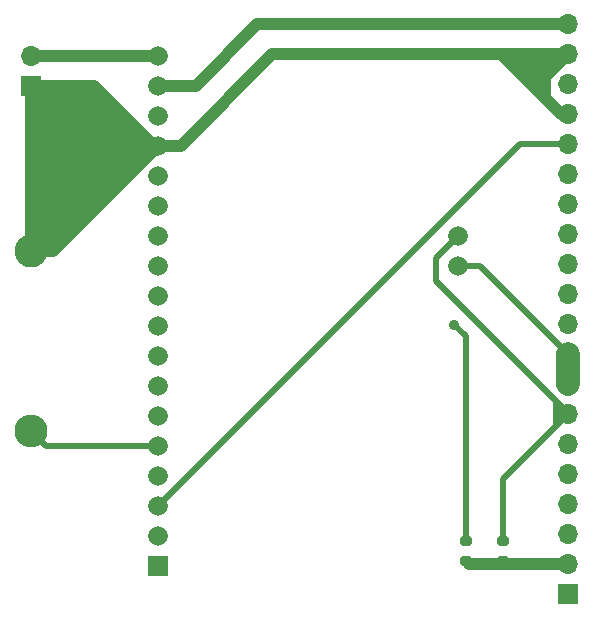
<source format=gbr>
%TF.GenerationSoftware,KiCad,Pcbnew,7.0.7*%
%TF.CreationDate,2023-09-15T19:51:44-06:00*%
%TF.ProjectId,hygienie_pcb,68796769-656e-4696-955f-7063622e6b69,00*%
%TF.SameCoordinates,Original*%
%TF.FileFunction,Copper,L1,Top*%
%TF.FilePolarity,Positive*%
%FSLAX46Y46*%
G04 Gerber Fmt 4.6, Leading zero omitted, Abs format (unit mm)*
G04 Created by KiCad (PCBNEW 7.0.7) date 2023-09-15 19:51:44*
%MOMM*%
%LPD*%
G01*
G04 APERTURE LIST*
G04 Aperture macros list*
%AMRoundRect*
0 Rectangle with rounded corners*
0 $1 Rounding radius*
0 $2 $3 $4 $5 $6 $7 $8 $9 X,Y pos of 4 corners*
0 Add a 4 corners polygon primitive as box body*
4,1,4,$2,$3,$4,$5,$6,$7,$8,$9,$2,$3,0*
0 Add four circle primitives for the rounded corners*
1,1,$1+$1,$2,$3*
1,1,$1+$1,$4,$5*
1,1,$1+$1,$6,$7*
1,1,$1+$1,$8,$9*
0 Add four rect primitives between the rounded corners*
20,1,$1+$1,$2,$3,$4,$5,0*
20,1,$1+$1,$4,$5,$6,$7,0*
20,1,$1+$1,$6,$7,$8,$9,0*
20,1,$1+$1,$8,$9,$2,$3,0*%
G04 Aperture macros list end*
%TA.AperFunction,SMDPad,CuDef*%
%ADD10RoundRect,0.200000X0.275000X-0.200000X0.275000X0.200000X-0.275000X0.200000X-0.275000X-0.200000X0*%
%TD*%
%TA.AperFunction,ComponentPad*%
%ADD11O,1.700000X1.700000*%
%TD*%
%TA.AperFunction,ComponentPad*%
%ADD12R,1.700000X1.700000*%
%TD*%
%TA.AperFunction,ComponentPad*%
%ADD13C,2.800000*%
%TD*%
%TA.AperFunction,ComponentPad*%
%ADD14O,2.800000X2.800000*%
%TD*%
%TA.AperFunction,ComponentPad*%
%ADD15R,1.665000X1.665000*%
%TD*%
%TA.AperFunction,ComponentPad*%
%ADD16C,1.665000*%
%TD*%
%TA.AperFunction,ViaPad*%
%ADD17C,0.900000*%
%TD*%
%TA.AperFunction,Conductor*%
%ADD18C,0.500000*%
%TD*%
%TA.AperFunction,Conductor*%
%ADD19C,1.000000*%
%TD*%
%TA.AperFunction,Conductor*%
%ADD20C,2.000000*%
%TD*%
G04 APERTURE END LIST*
D10*
%TO.P,R2,1*%
%TO.N,+3.3V*%
X122555000Y-126555000D03*
%TO.P,R2,2*%
%TO.N,/SDA*%
X122555000Y-124905000D03*
%TD*%
%TO.P,R1,2*%
%TO.N,/SCL*%
X125730000Y-124905000D03*
%TO.P,R1,1*%
%TO.N,+3.3V*%
X125730000Y-126555000D03*
%TD*%
D11*
%TO.P,U2,20,BS1*%
%TO.N,+3.3V*%
X131200000Y-81130000D03*
%TO.P,U2,19,BS2*%
%TO.N,GNDREF*%
X131200000Y-83670000D03*
%TO.P,U2,18,NC*%
%TO.N,unconnected-(U2-NC-Pad18)*%
X131200000Y-86210000D03*
%TO.P,U2,17,VSS*%
%TO.N,GNDREF*%
X131200000Y-88750000D03*
%TO.P,U2,16,~{RES}*%
%TO.N,/~{RST}*%
X131200000Y-91290000D03*
%TO.P,U2,15,NC*%
%TO.N,unconnected-(U2-NC-Pad15)*%
X131200000Y-93830000D03*
%TO.P,U2,14,VSS*%
%TO.N,GNDREF*%
X131200000Y-96370000D03*
%TO.P,U2,13,VSS*%
X131200000Y-98910000D03*
%TO.P,U2,12,VSS*%
X131200000Y-101450000D03*
%TO.P,U2,11,VSS*%
X131200000Y-103990000D03*
%TO.P,U2,10,VSS*%
X131200000Y-106530000D03*
%TO.P,U2,9,SDA_OUT*%
%TO.N,/SDA*%
X131200000Y-109070000D03*
%TO.P,U2,8,SDA_IN*%
X131200000Y-111610000D03*
%TO.P,U2,7,SCL*%
%TO.N,/SCL*%
X131200000Y-114150000D03*
%TO.P,U2,6,VSS*%
%TO.N,GNDREF*%
X131200000Y-116690000D03*
%TO.P,U2,5,VSS*%
X131200000Y-119230000D03*
%TO.P,U2,4,SA0*%
X131200000Y-121770000D03*
%TO.P,U2,3,NC*%
%TO.N,unconnected-(U2-NC-Pad3)*%
X131200000Y-124310000D03*
%TO.P,U2,2,VDD*%
%TO.N,+3.3V*%
X131200000Y-126850000D03*
D12*
%TO.P,U2,1,VSS*%
%TO.N,GNDREF*%
X131200000Y-129390000D03*
%TD*%
D13*
%TO.P,SW1,1,1*%
%TO.N,GNDREF*%
X85725000Y-100330000D03*
D14*
%TO.P,SW1,2,2*%
%TO.N,/Reed Switch*%
X85725000Y-115570000D03*
%TD*%
D15*
%TO.P,U1,1,IO3/RXD*%
%TO.N,unconnected-(U1-IO3{slash}RXD-Pad1)*%
X96520000Y-127000000D03*
D16*
%TO.P,U1,2,IO1/TXD*%
%TO.N,unconnected-(U1-IO1{slash}TXD-Pad2)*%
X96520000Y-124460000D03*
%TO.P,U1,3,IO25/D2*%
%TO.N,/~{RST}*%
X96520000Y-121920000D03*
%TO.P,U1,4,IO26/D3*%
%TO.N,unconnected-(U1-IO26{slash}D3-Pad4)*%
X96520000Y-119380000D03*
%TO.P,U1,5,IO27/D4*%
%TO.N,/Reed Switch*%
X96520000Y-116840000D03*
%TO.P,U1,6,IO9/D5*%
%TO.N,unconnected-(U1-IO9{slash}D5-Pad6)*%
X96520000Y-114300000D03*
%TO.P,U1,7,IO10/D6*%
%TO.N,unconnected-(U1-IO10{slash}D6-Pad7)*%
X96520000Y-111760000D03*
%TO.P,U1,8,IO13/D7*%
%TO.N,unconnected-(U1-IO13{slash}D7-Pad8)*%
X96520000Y-109220000D03*
%TO.P,U1,9,IO5/D8*%
%TO.N,unconnected-(U1-IO5{slash}D8-Pad9)*%
X96520000Y-106680000D03*
%TO.P,U1,10,IO2/D9*%
%TO.N,unconnected-(U1-IO2{slash}D9-Pad10)*%
X96520000Y-104140000D03*
%TO.P,U1,11,IO6/CLK*%
%TO.N,unconnected-(U1-IO6{slash}CLK-Pad11)*%
X96520000Y-101600000D03*
%TO.P,U1,12,IO7/SD0*%
%TO.N,unconnected-(U1-IO7{slash}SD0-Pad12)*%
X96520000Y-99060000D03*
%TO.P,U1,13,IO8/SD1*%
%TO.N,unconnected-(U1-IO8{slash}SD1-Pad13)*%
X96520000Y-96520000D03*
%TO.P,U1,14,IO11/CMD*%
%TO.N,unconnected-(U1-IO11{slash}CMD-Pad14)*%
X96520000Y-93980000D03*
%TO.P,U1,15,GND*%
%TO.N,GNDREF*%
X96520000Y-91440000D03*
%TO.P,U1,16,AREF*%
%TO.N,unconnected-(U1-AREF-Pad16)*%
X96520000Y-88900000D03*
%TO.P,U1,17,3V3*%
%TO.N,+3.3V*%
X96520000Y-86360000D03*
%TO.P,U1,18,VCC*%
%TO.N,VCC*%
X96520000Y-83820000D03*
%TO.P,U1,29,SDA/IO21*%
%TO.N,/SDA*%
X121920000Y-101600000D03*
%TO.P,U1,30,SCL/IO22*%
%TO.N,/SCL*%
X121920000Y-99060000D03*
%TD*%
D12*
%TO.P,J1,1,Pin_1*%
%TO.N,GNDREF*%
X85725000Y-86365000D03*
D11*
%TO.P,J1,2,Pin_2*%
%TO.N,VCC*%
X85725000Y-83825000D03*
%TD*%
D17*
%TO.N,/SDA*%
X121600000Y-106600000D03*
%TD*%
D18*
%TO.N,/SCL*%
X130175000Y-115175000D02*
X130175000Y-113030000D01*
%TO.N,/SDA*%
X122555000Y-107555000D02*
X122555000Y-124905000D01*
X121600000Y-106600000D02*
X122555000Y-107555000D01*
%TO.N,/Reed Switch*%
X85725000Y-115570000D02*
X86995000Y-116840000D01*
X86995000Y-116840000D02*
X96520000Y-116840000D01*
D19*
%TO.N,+3.3V*%
X131200000Y-126850000D02*
X122850000Y-126850000D01*
X96520000Y-86360000D02*
X99695000Y-86360000D01*
X99695000Y-86360000D02*
X104925000Y-81130000D01*
X104925000Y-81130000D02*
X131200000Y-81130000D01*
D18*
X122850000Y-126850000D02*
X122555000Y-126555000D01*
%TO.N,/SCL*%
X120015000Y-100965000D02*
X120015000Y-102870000D01*
X130295000Y-115055000D02*
X125730000Y-119620000D01*
X121920000Y-99060000D02*
X120015000Y-100965000D01*
X120015000Y-102870000D02*
X130175000Y-113030000D01*
X131200000Y-114055000D02*
X131200000Y-114150000D01*
X125730000Y-119620000D02*
X125730000Y-124905000D01*
X130175000Y-113030000D02*
X131200000Y-114055000D01*
X131200000Y-114150000D02*
X130295000Y-115055000D01*
%TO.N,/SDA*%
X123730000Y-101600000D02*
X121920000Y-101600000D01*
D20*
X131200000Y-111610000D02*
X131200000Y-109070000D01*
D18*
X131200000Y-109070000D02*
X123730000Y-101600000D01*
%TO.N,/~{RST}*%
X127150000Y-91290000D02*
X131200000Y-91290000D01*
X96520000Y-121920000D02*
X127150000Y-91290000D01*
D19*
%TO.N,GNDREF*%
X129540000Y-87630000D02*
X130660000Y-88750000D01*
X125730000Y-83820000D02*
X125730000Y-83670000D01*
X129300000Y-85570000D02*
X129300000Y-87390000D01*
X129540000Y-87630000D02*
X125730000Y-83820000D01*
X125730000Y-83670000D02*
X131200000Y-83670000D01*
X131200000Y-83670000D02*
X129300000Y-85570000D01*
X129300000Y-87390000D02*
X129540000Y-87630000D01*
X96202500Y-91440000D02*
X96520000Y-91440000D01*
X96520000Y-91440000D02*
X98425000Y-91440000D01*
X98425000Y-91440000D02*
X106195000Y-83670000D01*
X96520000Y-91440000D02*
X87630000Y-100330000D01*
X87630000Y-100330000D02*
X85725000Y-100330000D01*
X85725000Y-86365000D02*
X91127500Y-86365000D01*
X91127500Y-86365000D02*
X96202500Y-91440000D01*
X130660000Y-88750000D02*
X131200000Y-88750000D01*
X85725000Y-86365000D02*
X85725000Y-100330000D01*
X106195000Y-83670000D02*
X125730000Y-83670000D01*
%TO.N,VCC*%
X85725000Y-83825000D02*
X96515000Y-83825000D01*
X96515000Y-83825000D02*
X96520000Y-83820000D01*
%TD*%
%TA.AperFunction,Conductor*%
%TO.N,GNDREF*%
G36*
X130990910Y-83719685D02*
G01*
X131036665Y-83772489D01*
X131046609Y-83841647D01*
X131017584Y-83905203D01*
X131016550Y-83906381D01*
X129599999Y-85500001D01*
X129513108Y-87585377D01*
X129490650Y-87651539D01*
X129435987Y-87695056D01*
X129366475Y-87702112D01*
X129304182Y-87670466D01*
X129295068Y-87660913D01*
X126075455Y-83904698D01*
X126046772Y-83840987D01*
X126057087Y-83771883D01*
X126103125Y-83719326D01*
X126169603Y-83700000D01*
X130923871Y-83700000D01*
X130990910Y-83719685D01*
G37*
%TD.AperFunction*%
%TD*%
%TA.AperFunction,Conductor*%
%TO.N,GNDREF*%
G36*
X91217068Y-86319685D02*
G01*
X91236008Y-86334649D01*
X96408403Y-91311860D01*
X96443061Y-91372528D01*
X96439417Y-91442303D01*
X96409614Y-91489381D01*
X87533404Y-100266966D01*
X87471895Y-100300108D01*
X87453092Y-100302605D01*
X85831811Y-100392677D01*
X85763783Y-100376742D01*
X85715170Y-100326557D01*
X85700936Y-100267989D01*
X85700944Y-100266966D01*
X85799126Y-86423121D01*
X85819287Y-86356222D01*
X85872414Y-86310843D01*
X85923124Y-86300000D01*
X91150029Y-86300000D01*
X91217068Y-86319685D01*
G37*
%TD.AperFunction*%
%TD*%
%TA.AperFunction,Conductor*%
%TO.N,/SCL*%
G36*
X130388375Y-113257828D02*
G01*
X130395786Y-113265281D01*
X131065047Y-113997946D01*
X131095727Y-114060719D01*
X131087599Y-114130114D01*
X131066614Y-114163458D01*
X130348039Y-114980660D01*
X130288988Y-115018006D01*
X130219120Y-115017498D01*
X130160618Y-114979297D01*
X130132056Y-114915532D01*
X130130982Y-114894841D01*
X130180296Y-113344966D01*
X130202102Y-113278588D01*
X130256335Y-113234536D01*
X130325774Y-113226796D01*
X130388375Y-113257828D01*
G37*
%TD.AperFunction*%
%TD*%
M02*

</source>
